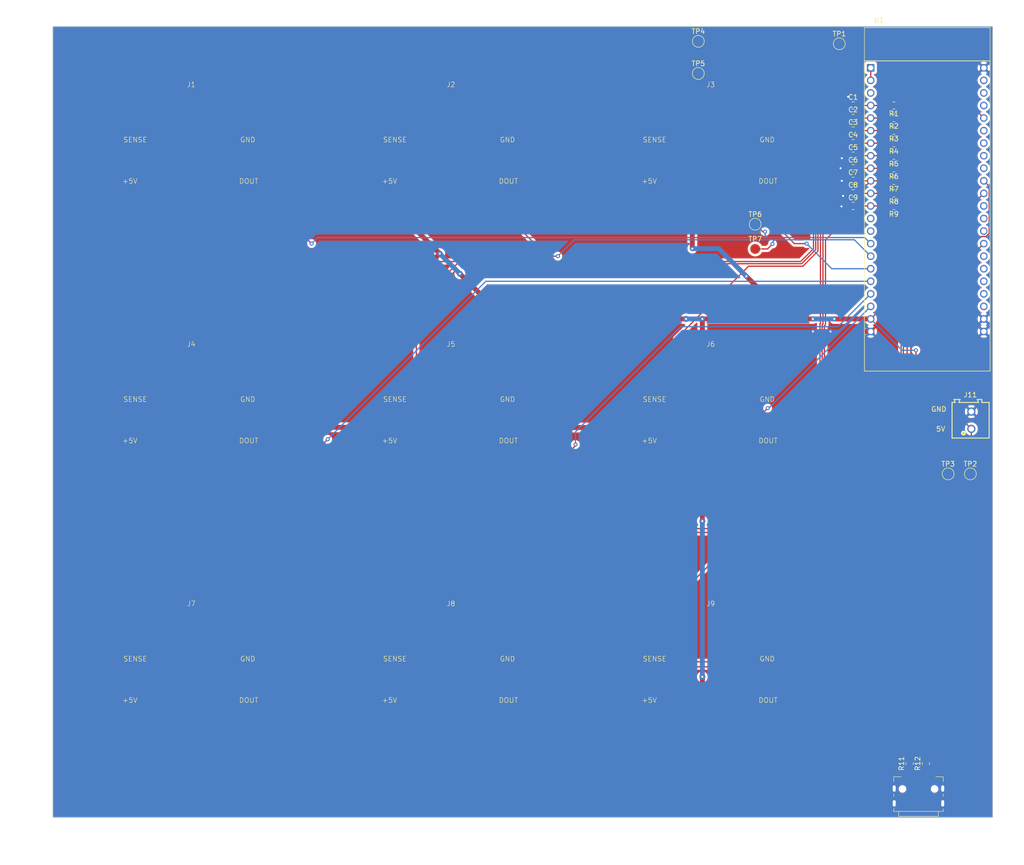
<source format=kicad_pcb>
(kicad_pcb (version 20240108) (generator "pcbnew") (generator_version "8.0")
  (layers (0 "F.Cu" signal) (31 "B.Cu" signal) (34 "B.Paste" user) (35 "F.Paste" user) (36 "B.SilkS" user "B.Silkscreen") (37 "F.SilkS" user "F.Silkscreen") (38 "B.Mask" user) (39 "F.Mask" user) (44 "Edge.Cuts" user))
  (net 0 "")
  (net 1 "GND")
  (net 2 "SENSE1")
  (net 3 "DO1")
  (net 4 "+5V")
  (net 5 "SENSE2")
  (net 6 "DO2")
  (net 7 "SENSE3")
  (net 8 "DO3")
  (net 9 "SENSE4")
  (net 10 "DO4")
  (net 11 "SENSE5")
  (net 12 "DO5")
  (net 13 "SENSE6")
  (net 14 "DO6")
  (net 15 "SENSE7")
  (net 16 "DO7")
  (net 17 "SENSE8")
  (net 18 "DO8")
  (net 19 "SENSE9")
  (net 20 "DO9")
  (net 21 "+3V3")
  (net 28 "Net-(U1-GPIO2)")
  (net 41 "Net-(J10-CC1)")
  (net 42 "Net-(J10-CC2)")
  (footprint "Resistor_SMD:R_0805_2012Metric" (layer "F.Cu") (at 284.0755 67.798 180)
    (property "Reference" "R3")
    (property "Value" "10k")
  )
  (footprint "Resistor_SMD:R_0805_2012Metric" (layer "F.Cu") (at 284.0755 77.958 180)
    (property "Reference" "R7")
    (property "Value" "10k")
  )
  (footprint "Capacitor_SMD:C_0805_2012Metric" (layer "F.Cu") (at 275.844 70.336)
    (property "Reference" "C4")
    (property "Value" "3.3uF")
  )
  (footprint "Quinn_lib:Top Block Connector" (layer "F.Cu") (at 142.046 73.736)
    (property "Reference" "J1")
    (property "Value" "~")
  )
  (footprint "ESP32-S3-DEVKITC-1-N8R2:XCVR_ESP32-S3-DEVKITC-1-N8R2" (layer "F.Cu") (at 290.83 85.07)
    (property "Reference" "U1")
    (property "Value" "ESP32-S3-DEVKITC-1-N8R2")
  )
  (footprint "Resistor_SMD:R_0805_2012Metric" (layer "F.Cu") (at 284.0755 65.258 180)
    (property "Reference" "R2")
    (property "Value" "10k")
  )
  (footprint "TestPoint:TestPoint_Pad_D2.0mm" (layer "F.Cu") (at 299.546 137.236)
    (property "Reference" "TP2")
    (property "Value" "5V")
  )
  (footprint "Quinn_lib:Top Block Connector" (layer "F.Cu") (at 247.046 73.736)
    (property "Reference" "J3")
    (property "Value" "~")
  )
  (footprint "Resistor_SMD:R_0805_2012Metric" (layer "F.Cu") (at 284.0755 80.498 180)
    (property "Reference" "R8")
    (property "Value" "10k")
  )
  (footprint "Resistor_SMD:R_0805_2012Metric" (layer "F.Cu") (at 284.0755 70.338 180)
    (property "Reference" "R4")
    (property "Value" "10k")
  )
  (footprint "TestPoint:TestPoint_Pad_D2.0mm" (layer "F.Cu") (at 256.046 91.736)
    (property "Reference" "TP7")
    (property "Value" "TestPoint" (hide yes))
  )
  (footprint "Capacitor_SMD:C_0805_2012Metric" (layer "F.Cu") (at 275.844 83.036)
    (property "Reference" "C9")
    (property "Value" "3.3uF")
  )
  (footprint "Quinn_lib:Top Block Connector" (layer "F.Cu") (at 194.546 178.736)
    (property "Reference" "J8")
    (property "Value" "~")
  )
  (footprint "TestPoint:TestPoint_Pad_D2.0mm" (layer "F.Cu") (at 273.046 50.236)
    (property "Reference" "TP1")
    (property "Value" "TestPoint" (hide yes))
  )
  (footprint "TestPoint:TestPoint_Pad_D2.0mm" (layer "F.Cu") (at 295.046 137.236)
    (property "Reference" "TP3")
    (property "Value" "GND")
  )
  (footprint "Resistor_SMD:R_0805_2012Metric" (layer "F.Cu") (at 290.546 195.8235 90)
    (property "Reference" "R12")
    (property "Value" "5.1k")
  )
  (footprint "Resistor_SMD:R_0805_2012Metric" (layer "F.Cu") (at 284.0755 72.878 180)
    (property "Reference" "R5")
    (property "Value" "10k")
  )
  (footprint "Quinn_lib:Top Block Connector" (layer "F.Cu") (at 247.046 178.736)
    (property "Reference" "J9")
    (property "Value" "~")
  )
  (footprint "Capacitor_SMD:C_0805_2012Metric" (layer "F.Cu") (at 275.844 62.718)
    (property "Reference" "C1")
    (property "Value" "3.3uF")
  )
  (footprint "TestPoint:TestPoint_Pad_D2.0mm" (layer "F.Cu") (at 256.046 86.736)
    (property "Reference" "TP6")
    (property "Value" "TestPoint" (hide yes))
  )
  (footprint "Resistor_SMD:R_0805_2012Metric" (layer "F.Cu") (at 284.0755 62.718 180)
    (property "Reference" "R1")
    (property "Value" "10k")
  )
  (footprint "Resistor_SMD:R_0805_2012Metric" (layer "F.Cu") (at 287.274 195.8235 90)
    (property "Reference" "R11")
    (property "Value" "5.1k")
  )
  (footprint "Capacitor_SMD:C_0805_2012Metric" (layer "F.Cu") (at 275.844 72.876)
    (property "Reference" "C5")
    (property "Value" "3.3uF")
  )
  (footprint "TestPoint:TestPoint_Pad_D2.0mm" (layer "F.Cu") (at 244.546 56.236)
    (property "Reference" "TP5")
    (property "Value" "TestPoint" (hide yes))
  )
  (footprint "Quinn_lib:Top Block Connector" (layer "F.Cu") (at 247.046 126.236)
    (property "Reference" "J6")
    (property "Value" "~")
  )
  (footprint "TestPoint:TestPoint_Pad_D2.0mm" (layer "F.Cu") (at 244.546 49.736)
    (property "Reference" "TP4")
    (property "Value" "TestPoint" (hide yes))
  )
  (footprint "Quinn_lib:Top Block Connector" (layer "F.Cu") (at 142.046 178.736)
    (property "Reference" "J7")
    (property "Value" "~")
  )
  (footprint "Quinn_lib:USB_C-0015IPX6-00" (layer "F.Cu") (at 289.056 201.5025)
    (property "Reference" "J10" (hide yes))
    (property "Value" "UJC-HP-3-SMT-TR" (hide yes))
  )
  (footprint "Capacitor_SMD:C_0805_2012Metric" (layer "F.Cu") (at 275.844 77.956)
    (property "Reference" "C7")
    (property "Value" "3.3uF")
  )
  (footprint "Quinn_lib:Top Block Connector" (layer "F.Cu") (at 142.046 126.236)
    (property "Reference" "J4")
    (property "Value" "~")
  )
  (footprint "Resistor_SMD:R_0805_2012Metric" (layer "F.Cu") (at 284.0755 75.418 180)
    (property "Reference" "R6")
    (property "Value" "10k")
  )
  (footprint "Capacitor_SMD:C_0805_2012Metric" (layer "F.Cu") (at 275.844 75.416)
    (property "Reference" "C6")
    (property "Value" "3.3uF")
  )
  (footprint "Capacitor_SMD:C_0805_2012Metric" (layer "F.Cu") (at 275.844 67.798)
    (property "Reference" "C3")
    (property "Value" "3.3uF")
  )
  (footprint "Quinn_lib:Top Block Connector" (layer "F.Cu") (at 194.546 73.736)
    (property "Reference" "J2")
    (property "Value" "~")
  )
  (footprint "Resistor_SMD:R_0805_2012Metric" (layer "F.Cu") (at 284.0755 83.038 180)
    (property "Reference" "R9")
    (property "Value" "10k")
  )
  (footprint "Capacitor_SMD:C_0805_2012Metric" (layer "F.Cu") (at 275.844 80.496)
    (property "Reference" "C8")
    (property "Value" "3.3uF")
  )
  (footprint "Capacitor_SMD:C_0805_2012Metric" (layer "F.Cu") (at 275.844 65.256)
    (property "Reference" "C2")
    (property "Value" "3.3uF")
  )
  (footprint "2p 3:691214110002S" (layer "F.Cu") (at 299.746 126.386 90)
    (property "Reference" "J11")
    (property "Value" "691214110002S")
  )
  (footprint "Quinn_lib:Top Block Connector" (layer "F.Cu") (at 194.546 126.236)
    (property "Reference" "J5")
    (property "Value" "~")
  )
  (gr_rect (start 114.046 46.736) (end 304.046 206.736) (stroke (width 0.1)) (fill none) (layer "Edge.Cuts"))
  (gr_text "GND" (at 291.546 124.736 0) (layer "F.SilkS") (effects (font (size 1 1)) (justify left bottom)))
  (gr_text "5V" (at 292.546 128.736 0) (layer "F.SilkS") (effects (font (size 1 1)) (justify left bottom)))
  (segment (start 274.322 80.496) (end 273.812 81.006) (width 1) (layer "F.Cu") (net 1))
  (segment (start 274.894 80.496) (end 274.322 80.496) (width 1) (layer "F.Cu") (net 1))
  (segment (start 271.274002 108.44) (end 271.272 108.437998) (width 1) (layer "F.Cu") (net 1))
  (segment (start 274.894 62.718) (end 274.894 65.256) (width 1) (layer "F.Cu") (net 1))
  (segment (start 273.558 73.386) (end 274.384 73.386) (width 1) (layer "F.Cu") (net 1))
  (segment (start 279.4 108.44) (end 271.274002 108.44) (width 1) (layer "F.Cu") (net 1))
  (segment (start 274.384 73.386) (end 274.894 72.876) (width 1) (layer "F.Cu") (net 1))
  (via (at 273.558 73.386) (size 0.8) (drill 0.4) (layers "F.Cu" "B.Cu") (net 1))
  (via (at 273.488651 83.132625) (size 0.8) (drill 0.4) (layers "F.Cu" "B.Cu") (net 1))
  (via (at 274.828 60.94) (size 0.8) (drill 0.4) (layers "F.Cu" "B.Cu") (net 1))
  (via (at 273.304 75.418) (size 0.8) (drill 0.4) (layers "F.Cu" "B.Cu") (net 1))
  (via (at 273.812 81.006) (size 0.8) (drill 0.4) (layers "F.Cu" "B.Cu") (net 1))
  (via (at 273.558 77.958) (size 0.8) (drill 0.4) (layers "F.Cu" "B.Cu") (net 1))
  (via (at 267.716 108.438) (size 1.2) (drill 0.4) (layers "F.Cu" "B.Cu") (net 1))
  (via (at 271.272 108.437998) (size 1.2) (drill 0.4) (layers "F.Cu" "B.Cu") (net 1))
  (segment (start 267.716002 108.437998) (end 267.716 108.438) (width 1) (layer "B.Cu") (net 1))
  (segment (start 271.272 108.437998) (end 267.716002 108.437998) (width 1) (layer "B.Cu") (net 1))
  (segment (start 276.86 62.466) (end 276.86 60.18) (width 0.25) (layer "F.Cu") (net 2))
  (segment (start 283.161 62.72) (end 283.163 62.718) (width 0.25) (layer "F.Cu") (net 2))
  (segment (start 279.4 62.72) (end 283.161 62.72) (width 0.25) (layer "F.Cu") (net 2))
  (segment (start 135.063 66.736) (end 135.046 66.736) (width 0.25) (layer "F.Cu") (net 2))
  (segment (start 244.546 49.736) (end 246.86 52.05) (width 0.25) (layer "F.Cu") (net 2))
  (segment (start 276.86 60.18) (end 268.73 52.05) (width 0.25) (layer "F.Cu") (net 2))
  (segment (start 149.749 52.05) (end 135.063 66.736) (width 0.25) (layer "F.Cu") (net 2))
  (segment (start 247.046 52.05) (end 149.749 52.05) (width 0.25) (layer "F.Cu") (net 2))
  (segment (start 268.73 52.05) (end 247.046 52.05) (width 0.25) (layer "F.Cu") (net 2))
  (segment (start 279.4 62.72) (end 277.114 62.72) (width 0.25) (layer "F.Cu") (net 2))
  (segment (start 277.114 62.72) (end 276.86 62.466) (width 0.25) (layer "F.Cu") (net 2))
  (segment (start 246.86 52.05) (end 247.046 52.05) (width 0.25) (layer "F.Cu") (net 2))
  (segment (start 153.716 85.406) (end 149.046 80.736) (width 0.25) (layer "F.Cu") (net 3))
  (segment (start 166.37 90.658) (end 161.118 85.406) (width 0.25) (layer "F.Cu") (net 3))
  (segment (start 161.118 85.406) (end 153.716 85.406) (width 0.25) (layer "F.Cu") (net 3))
  (segment (start 256.046 86.736) (end 257.546 88.236) (width 0.25) (layer "F.Cu") (net 3))
  (segment (start 257.546 88.236) (end 258.046 88.236) (width 0.25) (layer "F.Cu") (net 3))
  (via (at 258.046 88.236) (size 0.8) (drill 0.4) (layers "F.Cu" "B.Cu") (net 3))
  (via (at 166.37 90.658) (size 0.8) (drill 0.4) (layers "F.Cu" "B.Cu") (net 3))
  (segment (start 167.595 89.433) (end 166.37 90.658) (width 0.25) (layer "B.Cu") (net 3))
  (segment (start 279.4 90.66) (end 278.173 89.433) (width 0.25) (layer "B.Cu") (net 3))
  (segment (start 258.046 88.933) (end 258.546 89.433) (width 0.25) (layer "B.Cu") (net 3))
  (segment (start 258.546 89.433) (end 167.595 89.433) (width 0.25) (layer "B.Cu") (net 3))
  (segment (start 258.046 88.236) (end 258.046 88.933) (width 0.25) (layer "B.Cu") (net 3))
  (segment (start 278.173 89.433) (end 258.546 89.433) (width 0.25) (layer "B.Cu") (net 3))
  (segment (start 245.364 127.918) (end 245.364 105.898) (width 1) (layer "F.Cu") (net 4))
  (segment (start 192.607347 127.817347) (end 140.464653 127.817347) (width 1) (layer "F.Cu") (net 4))
  (segment (start 245.364015 178.288015) (end 245.364015 180.417985) (width 1) (layer "F.Cu") (net 4))
  (segment (start 191.516 93.452) (end 138.422 93.452) (width 1) (layer "F.Cu") (net 4))
  (segment (start 287.565 202.6635) (end 287.565 200.736) (width 1) (layer "F.Cu") (net 4))
  (segment (start 138.578 198.608) (end 135.046 195.076) (width 1) (layer "F.Cu") (net 4))
  (segment (start 245.364015 180.417985) (end 245.159 180.623) (width 1) (layer "F.Cu") (net 4))
  (segment (start 267.716 105.898) (end 262.89 105.898) (width 1) (layer "F.Cu") (net 4))
  (segment (start 288.546 116.936) (end 288.546 112.236) (width 0.25) (layer "F.Cu") (net 4))
  (segment (start 235.376 190.406) (end 245.158999 180.623001) (width 1) (layer "F.Cu") (net 4))
  (segment (start 284.988 77.958) (end 284.988 75.418) (width 0.25) (layer "F.Cu") (net 4))
  (segment (start 245.158999 180.623001) (end 227.428 198.354) (width 1) (layer "F.Cu") (net 4))
  (segment (start 299.546 137.236) (end 299.546 136.736) (width 0.25) (layer "F.Cu") (net 4))
  (segment (start 243.332 91.674) (end 243.332 84.022) (width 1) (layer "F.Cu") (net 4))
  (segment (start 243.332 84.022) (end 240.046 80.736) (width 1) (layer "F.Cu") (net 4))
  (segment (start 279.4 105.9) (end 272.036 105.9) (width 1) (layer "F.Cu") (net 4))
  (segment (start 227.428 198.354) (end 190.824 198.354) (width 1) (layer "F.Cu") (net 4))
  (segment (start 187.546 185.736) (end 174.674 198.608) (width 1) (layer "F.Cu") (net 4))
  (segment (start 135.046 195.076) (end 135.046 185.736) (width 1) (layer "F.Cu") (net 4))
  (segment (start 245.364 127.918) (end 245.364 146.792) (width 1) (layer "F.Cu") (net 4))
  (segment (start 290.565 200.717) (end 290.546 200.736) (width 0.25) (layer "F.Cu") (net 4))
  (segment (start 287.565 200.736) (end 287.565 199.1245) (width 1) (layer "F.Cu") (net 4))
  (segment (start 205.486 105.898) (end 196.342 96.754) (width 1) (layer "F.Cu") (net 4))
  (segment (start 262.89 105.898) (end 254.254 97.262) (width 1) (layer "F.Cu") (net 4))
  (segment (start 290.565 199.1245) (end 290.565 200.717) (width 0.25) (layer "F.Cu") (net 4))
  (segment (start 262.89 105.898) (end 245.364 105.898) (width 1) (layer "F.Cu") (net 4))
  (segment (start 284.988 67.798) (end 284.988 70.338) (width 0.25) (layer "F.Cu") (net 4))
  (segment (start 245.152 127.862) (end 192.92 127.862) (width 1) (layer "F.Cu") (net 4))
  (segment (start 174.674 198.608) (end 138.578 198.608) (width 1) (layer "F.Cu") (net 4))
  (segment (start 284.988 65.258) (end 284.988 67.798) (width 0.25) (layer "F.Cu") (net 4))
  (segment (start 284.988 72.878) (end 284.988 70.338) (width 0.25) (layer "F.Cu") (net 4))
  (segment (start 135.046 90.076) (end 135.046 80.736) (width 1) (layer "F.Cu") (net 4))
  (segment (start 299.546 136.736) (end 299.746 136.536) (width 0.25) (layer "F.Cu") (net 4))
  (segment (start 284.988 62.718) (end 284.988 65.258) (width 0.25) (layer "F.Cu") (net 4))
  (segment (start 190.824 198.354) (end 187.546 195.076) (width 1) (layer "F.Cu") (net 4))
  (segment (start 245.325 127.957) (end 245.364 127.918) (width 0.25) (layer "F.Cu") (net 4))
  (segment (start 192.786 127.996) (end 187.546 133.236) (width 1) (layer "F.Cu") (net 4))
  (segment (start 284.988 80.498) (end 284.988 77.958) (width 0.25) (layer "F.Cu") (net 4))
  (segment (start 192.278 92.69) (end 191.516 93.452) (width 1) (layer "F.Cu") (net 4))
  (segment (start 284.555761 205.672739) (end 287.565 202.6635) (width 1) (layer "F.Cu") (net 4))
  (segment (start 290.546 200.736) (end 287.565 200.736) (width 0.25) (layer "F.Cu") (net 4))
  (segment (start 245.159 180.623) (end 245.158999 180.623001) (width 0.25) (layer "F.Cu") (net 4))
  (segment (start 245.325 127.957) (end 245.286 127.996) (width 0.25) (layer "F.Cu") (net 4))
  (segment (start 284.988 83.038) (end 284.988 80.498) (width 0.25) (layer "F.Cu") (net 4))
  (segment (start 287.611 202.3975) (end 287.536 202.3225) (width 0.25) (layer "F.Cu") (net 4))
  (segment (start 245.286 127.996) (end 245.152 127.862) (width 1) (layer "F.Cu") (net 4))
  (segment (start 240.046 133.236) (end 245.325 127.957) (width 1) (layer "F.Cu") (net 4))
  (segment (start 242.062 105.898) (end 205.486 105.898) (width 1) (layer "F.Cu") (net 4))
  (segment (start 284.988 100.312) (end 279.4 105.9) (width 0.25) (layer "F.Cu") (net 4))
  (segment (start 192.92 127.862) (end 192.786 127.996) (width 1) (layer "F.Cu") (net 4))
  (segment (start 187.546 195.076) (end 187.546 185.736) (width 1) (layer "F.Cu") (net 4))
  (segment (start 272.036 105.9) (end 272.034 105.898) (width 0.25) (layer "F.Cu") (net 4))
  (segment (start 245.364015 180.417985) (end 245.364015 191.787015) (width 1) (layer "F.Cu") (net 4))
  (segment (start 192.278 92.69) (end 187.546 87.958) (width 1) (layer "F.Cu") (net 4))
  (segment (start 284.988 75.418) (end 284.988 72.878) (width 0.25) (layer "F.Cu") (net 4))
  (segment (start 284.988 83.038) (end 284.988 100.312) (width 0.25) (layer "F.Cu") (net 4))
  (segment (start 299.746 136.536) (end 299.746 128.136) (width 0.25) (layer "F.Cu") (net 4))
  (segment (start 192.786 127.996) (end 192.607347 127.817347) (width 1) (layer "F.Cu") (net 4))
  (segment (start 259.249739 205.672739) (end 284.555761 205.672739) (width 1) (layer "F.Cu") (net 4))
  (segment (start 299.746 128.136) (end 288.546 116.936) (width 0.25) (layer "F.Cu") (net 4))
  (segment (start 187.546 87.958) (end 187.546 80.736) (width 1) (layer "F.Cu") (net 4))
  (segment (start 140.464653 127.817347) (end 135.046 133.236) (width 1) (layer "F.Cu") (net 4))
  (segment (start 138.422 93.452) (end 135.046 90.076) (width 1) (layer "F.Cu") (net 4))
  (segment (start 245.364015 191.787015) (end 259.249739 205.672739) (width 1) (layer "F.Cu") (net 4))
  (via (at 267.716 105.898) (size 0.8) (drill 0.4) (layers "F.Cu" "B.Cu") (net 4))
  (via (at 245.364 146.792) (size 1.2) (drill 0.4) (layers "F.Cu" "B.Cu") (net 4))
  (via (at 242.062 105.898) (size 1.2) (drill 0.4) (layers "F.Cu" "B.Cu") (net 4))
  (via (at 245.364015 178.288015) (size 1.2) (drill 0.4) (layers "F.Cu" "B.Cu") (net 4))
  (via (at 272.034 105.898) (size 0.8) (drill 0.4) (layers "F.Cu" "B.Cu") (net 4))
  (via (at 243.332 91.674) (size 0.8) (drill 0.4) (layers "F.Cu" "B.Cu") (net 4))
  (via (at 254.254 97.262) (size 0.8) (drill 0.4) (layers "F.Cu" "B.Cu") (net 4))
  (via (at 288.546 112.236) (size 0.8) (drill 0.4) (layers "F.Cu" "B.Cu") (net 4))
  (via (at 192.278 92.69) (size 1.2) (drill 0.4) (layers "F.Cu" "B.Cu") (net 4))
  (via (at 196.342 96.754) (size 1.2) (drill 0.4) (layers "F.Cu" "B.Cu") (net 4))
  (via (at 245.364 105.898) (size 1.2) (drill 0.4) (layers "F.Cu" "B.Cu") (net 4))
  (segment (start 288.546 112.236) (end 285.736 112.236) (width 0.25) (layer "B.Cu") (net 4))
  (segment (start 285.736 112.236) (end 279.4 105.9) (width 0.25) (layer "B.Cu") (net 4))
  (segment (start 196.342 96.754) (end 192.278 92.69) (width 1) (layer "B.Cu") (net 4))
  (segment (start 245.364 146.792) (end 245.364 178.288) (width 1) (layer "B.Cu") (net 4))
  (segment (start 245.364 105.898) (end 242.062 105.898) (width 1) (layer "B.Cu") (net 4))
  (segment (start 248.666 91.674) (end 243.332 91.674) (width 1) (layer "B.Cu") (net 4))
  (segment (start 245.364 178.288) (end 245.364015 178.288015) (width 0.25) (layer "B.Cu") (net 4))
  (segment (start 254.254 97.262) (end 248.666 91.674) (width 1) (layer "B.Cu") (net 4))
  (segment (start 272.034 105.898) (end 267.716 105.898) (width 1) (layer "B.Cu") (net 4))
  (segment (start 247.97 52.812) (end 248.046 52.812) (width 0.25) (layer "F.Cu") (net 5))
  (segment (start 268.478 52.812) (end 275.781753 60.115753) (width 0.25) (layer "F.Cu") (net 5))
  (segment (start 277.116 65.26) (end 279.4 65.26) (width 0.25) (layer "F.Cu") (net 5))
  (segment (start 192.13 52.812) (end 248.046 52.812) (width 0.25) (layer "F.Cu") (net 5))
  (segment (start 248.046 52.812) (end 268.478 52.812) (width 0.25) (layer "F.Cu") (net 5))
  (segment (start 187.546 66.736) (end 187.546 57.396) (width 0.25) (layer "F.Cu") (net 5))
  (segment (start 283.161 65.26) (end 283.163 65.258) (width 0.25) (layer "F.Cu") (net 5))
  (segment (start 187.546 57.396) (end 192.13 52.812) (width 0.25) (layer "F.Cu") (net 5))
  (segment (start 275.781753 63.925753) (end 277.116 65.26) (width 0.25) (layer "F.Cu") (net 5))
  (segment (start 279.4 65.26) (end 283.161 65.26) (width 0.25) (layer "F.Cu") (net 5))
  (segment (start 244.546 56.236) (end 247.97 52.812) (width 0.25) (layer "F.Cu") (net 5))
  (segment (start 275.781753 60.115753) (end 275.781753 63.925753) (width 0.25) (layer "F.Cu") (net 5))
  (segment (start 214.008 93.198) (end 201.546 80.736) (width 0.25) (layer "F.Cu") (net 6))
  (segment (start 258.546 91.736) (end 259.546 90.736) (width 0.25) (layer "F.Cu") (net 6))
  (segment (start 216.154 93.198) (end 214.008 93.198) (width 0.25) (layer "F.Cu") (net 6))
  (segment (start 256.046 91.736) (end 258.546 91.736) (width 0.25) (layer "F.Cu") (net 6))
  (via (at 216.154 93.198) (size 0.8) (drill 0.4) (layers "F.Cu" "B.Cu") (net 6))
  (via (at 259.546 90.736) (size 0.8) (drill 0.4) (layers "F.Cu" "B.Cu") (net 6))
  (segment (start 259.546 90.383) (end 260.046 89.883) (width 0.25) (layer "B.Cu") (net 6))
  (segment (start 219.469 89.883) (end 216.154 93.198) (width 0.25) (layer "B.Cu") (net 6))
  (segment (start 260.046 89.883) (end 219.469 89.883) (width 0.25) (layer "B.Cu") (net 6))
  (segment (start 276.083 89.883) (end 260.046 89.883) (width 0.25) (layer "B.Cu") (net 6))
  (segment (start 259.546 90.736) (end 259.546 90.383) (width 0.25) (layer "B.Cu") (net 6))
  (segment (start 279.4 93.2) (end 276.083 89.883) (width 0.25) (layer "B.Cu") (net 6))
  (segment (start 283.161 67.8) (end 283.163 67.798) (width 0.25) (layer "F.Cu") (net 7))
  (segment (start 240.046 66.736) (end 240.063 66.736) (width 0.25) (layer "F.Cu") (net 7))
  (segment (start 274.326945 66.534945) (end 275.595945 66.534945) (width 0.25) (layer "F.Cu") (net 7))
  (segment (start 279.4 67.8) (end 283.161 67.8) (width 0.25) (layer "F.Cu") (net 7))
  (segment (start 275.595945 66.534945) (end 276.861 67.8) (width 0.25) (layer "F.Cu") (net 7))
  (segment (start 268.224 53.574) (end 273.558 58.908) (width 0.25) (layer "F.Cu") (net 7))
  (segment (start 240.063 66.736) (end 253.225 53.574) (width 0.25) (layer "F.Cu") (net 7))
  (segment (start 273.558 65.766) (end 274.326945 66.534945) (width 0.25) (layer "F.Cu") (net 7))
  (segment (start 273.558 58.908) (end 273.558 65.766) (width 0.25) (layer "F.Cu") (net 7))
  (segment (start 276.861 67.8) (end 279.4 67.8) (width 0.25) (layer "F.Cu") (net 7))
  (segment (start 253.225 53.574) (end 268.224 53.574) (width 0.25) (layer "F.Cu") (net 7))
  (segment (start 263.968 90.658) (end 254.046 80.736) (width 0.25) (layer "F.Cu") (net 8))
  (segment (start 266.446 90.658) (end 263.968 90.658) (width 0.25) (layer "F.Cu") (net 8))
  (via (at 266.446 90.658) (size 0.8) (drill 0.4) (layers "F.Cu" "B.Cu") (net 8))
  (segment (start 271.528 95.74) (end 266.446 90.658) (width 0.25) (layer "B.Cu") (net 8))
  (segment (start 279.4 95.74) (end 271.528 95.74) (width 0.25) (layer "B.Cu") (net 8))
  (segment (start 135.046 109.896) (end 135.046 119.236) (width 0.25) (layer "F.Cu") (net 9))
  (segment (start 283.161 70.34) (end 283.163 70.338) (width 0.25) (layer "F.Cu") (net 9))
  (segment (start 274.13 71.608) (end 267.832 77.906) (width 0.25) (layer "F.Cu") (net 9))
  (segment (start 265.238604 94.277) (end 150.665 94.277) (width 0.25) (layer "F.Cu") (net 9))
  (segment (start 277.112 70.336) (end 275.84 71.608) (width 0.25) (layer "F.Cu") (net 9))
  (segment (start 279.4 70.34) (end 277.116 70.34) (width 0.25) (layer "F.Cu") (net 9))
  (segment (start 279.4 70.34) (end 283.161 70.34) (width 0.25) (layer "F.Cu") (net 9))
  (segment (start 267.832 77.906) (end 267.832 91.683604) (width 0.25) (layer "F.Cu") (net 9))
  (segment (start 267.832 91.683604) (end 265.238604 94.277) (width 0.25) (layer "F.Cu") (net 9))
  (segment (start 277.116 70.34) (end 277.112 70.336) (width 0.25) (layer "F.Cu") (net 9))
  (segment (start 150.665 94.277) (end 135.046 109.896) (width 0.25) (layer "F.Cu") (net 9))
  (segment (start 275.84 71.608) (end 274.13 71.608) (width 0.25) (layer "F.Cu") (net 9))
  (segment (start 149.046 133.236) (end 149.546 133.736) (width 0.25) (layer "F.Cu") (net 10))
  (segment (start 149.546 133.736) (end 166.128692 133.736) (width 0.25) (layer "F.Cu") (net 10))
  (segment (start 166.128692 133.736) (end 169.627346 130.237346) (width 0.25) (layer "F.Cu") (net 10))
  (via (at 169.627346 130.237346) (size 0.8) (drill 0.4) (layers "F.Cu" "B.Cu") (net 10))
  (segment (start 279.4 98.28) (end 201.584692 98.28) (width 0.25) (layer "B.Cu") (net 10))
  (segment (start 201.584692 98.28) (end 169.627346 130.237346) (width 0.25) (layer "B.Cu") (net 10))
  (segment (start 195.7985 94.727) (end 187.546 102.9795) (width 0.25) (layer "F.Cu") (net 11))
  (segment (start 187.546 102.9795) (end 187.546 119.236) (width 0.25) (layer "F.Cu") (net 11))
  (segment (start 275.84 74.148) (end 273.175604 74.148) (width 0.25) (layer "F.Cu") (net 11))
  (segment (start 268.282 79.041604) (end 268.282 91.87) (width 0.25) (layer "F.Cu") (net 11))
  (segment (start 273.175604 74.148) (end 268.282 79.041604) (width 0.25) (layer "F.Cu") (net 11))
  (segment (start 279.4 72.88) (end 277.116 72.88) (width 0.25) (layer "F.Cu") (net 11))
  (segment (start 277.116 72.88) (end 277.112 72.876) (width 0.25) (layer "F.Cu") (net 11))
  (segment (start 277.112 72.876) (end 275.84 74.148) (width 0.25) (layer "F.Cu") (net 11))
  (segment (start 265.425 94.727) (end 195.7985 94.727) (width 0.25) (layer "F.Cu") (net 11))
  (segment (start 279.4 72.88) (end 283.161 72.88) (width 0.25) (layer "F.Cu") (net 11))
  (segment (start 268.282 91.87) (end 265.425 94.727) (width 0.25) (layer "F.Cu") (net 11))
  (segment (start 283.161 72.88) (end 283.163 72.878) (width 0.25) (layer "F.Cu") (net 11))
  (segment (start 219.71 131.552) (end 219.71 131.298) (width 0.25) (layer "F.Cu") (net 12))
  (segment (start 201.546 133.236) (end 218.026 133.236) (width 0.25) (layer "F.Cu") (net 12))
  (segment (start 218.026 133.236) (end 219.71 131.552) (width 0.25) (layer "F.Cu") (net 12))
  (via (at 219.71 131.298) (size 0.8) (drill 0.4) (layers "F.Cu" "B.Cu") (net 12))
  (segment (start 272.755 107.465) (end 241.003 107.465) (width 0.25) (layer "B.Cu") (net 12))
  (segment (start 279.4 100.82) (end 272.755 107.465) (width 0.25) (layer "B.Cu") (net 12))
  (segment (start 241.003 107.465) (end 219.71 128.758) (width 0.25) (layer "B.Cu") (net 12))
  (segment (start 219.71 128.758) (end 219.71 131.298) (width 0.25) (layer "B.Cu") (net 12))
  (segment (start 254.712 95.23) (end 240.046 109.896) (width 0.25) (layer "F.Cu") (net 13))
  (segment (start 279.4 75.42) (end 283.161 75.42) (width 0.25) (layer "F.Cu") (net 13))
  (segment (start 271.272 76.688) (end 268.732 79.228) (width 0.25) (layer "F.Cu") (net 13))
  (segment (start 265.684 95.23) (end 254.712 95.23) (width 0.25) (layer "F.Cu") (net 13))
  (segment (start 268.732 79.228) (end 268.732 92.182) (width 0.25) (layer "F.Cu") (net 13))
  (segment (start 283.161 75.42) (end 283.163 75.418) (width 0.25) (layer "F.Cu") (net 13))
  (segment (start 275.84 76.688) (end 271.272 76.688) (width 0.25) (layer "F.Cu") (net 13))
  (segment (start 268.732 92.182) (end 265.684 95.23) (width 0.25) (layer "F.Cu") (net 13))
  (segment (start 240.046 109.896) (end 240.046 119.236) (width 0.25) (layer "F.Cu") (net 13))
  (segment (start 277.116 75.42) (end 277.112 75.416) (width 0.25) (layer "F.Cu") (net 13))
  (segment (start 279.4 75.42) (end 277.116 75.42) (width 0.25) (layer "F.Cu") (net 13))
  (segment (start 277.112 75.416) (end 275.84 76.688) (width 0.25) (layer "F.Cu") (net 13))
  (segment (start 258.572 123.932) (end 254.046 128.458) (width 0.25) (layer "F.Cu") (net 14))
  (segment (start 254.046 128.458) (end 254.046 133.236) (width 0.25) (layer "F.Cu") (net 14))
  (via (at 258.572 123.932) (size 0.8) (drill 0.4) (layers "F.Cu" "B.Cu") (net 14))
  (segment (start 279.4 103.36) (end 258.828 123.932) (width 0.25) (layer "B.Cu") (net 14))
  (segment (start 258.828 123.932) (end 258.572 123.932) (width 0.25) (layer "B.Cu") (net 14))
  (segment (start 274.493984 79.228) (end 269.24 84.481984) (width 0.25) (layer "F.Cu") (net 15))
  (segment (start 278.132 79.228) (end 274.493984 79.228) (width 0.25) (layer "F.Cu") (net 15))
  (segment (start 279.4 77.96) (end 283.161 77.96) (width 0.25) (layer "F.Cu") (net 15))
  (segment (start 279.4 77.96) (end 278.132 79.228) (width 0.25) (layer "F.Cu") (net 15))
  (segment (start 269.24 84.481984) (end 269.24 106.802349) (width 0.25) (layer "F.Cu") (net 15))
  (segment (start 135.046 171.736) (end 135.046 162.396) (width 0.25) (layer "F.Cu") (net 15))
  (segment (start 135.046 162.396) (end 149.126 148.316) (width 0.25) (layer "F.Cu") (net 15))
  (segment (start 264.668 148.316) (end 149.126 148.316) (width 0.25) (layer "F.Cu") (net 15))
  (segment (start 269.143 143.841) (end 264.668 148.316) (width 0.25) (layer "F.Cu") (net 15))
  (segment (start 276.794 77.956) (end 279.396 77.956) (width 0.25) (layer "F.Cu") (net 15))
  (segment (start 283.161 77.96) (end 283.163 77.958) (width 0.25) (layer "F.Cu") (net 15))
  (segment (start 269.143 106.899349) (end 269.143 143.841) (width 0.25) (layer "F.Cu") (net 15))
  (segment (start 279.396 77.956) (end 279.4 77.96) (width 0.25) (layer "F.Cu") (net 15))
  (segment (start 269.24 106.802349) (end 269.143 106.899349) (width 0.25) (layer "F.Cu") (net 15))
  (segment (start 158.386 185.736) (end 149.046 185.736) (width 0.25) (layer "F.Cu") (net 16))
  (segment (start 264.414 175.24) (end 168.882 175.24) (width 0.25) (layer "F.Cu") (net 16))
  (segment (start 285.554 97.206) (end 285.554 154.1) (width 0.25) (layer "F.Cu") (net 16))
  (segment (start 285.554 154.1) (end 264.414 175.24) (width 0.25) (layer "F.Cu") (net 16))
  (segment (start 168.882 175.24) (end 158.386 185.736) (width 0.25) (layer "F.Cu") (net 16))
  (segment (start 302.26 80.5) (end 285.554 97.206) (width 0.25) (layer "F.Cu") (net 16))
  (segment (start 269.593 107.085745) (end 269.593 144.153) (width 0.25) (layer "F.Cu") (net 17))
  (segment (start 264.668 149.078) (end 200.864 149.078) (width 0.25) (layer "F.Cu") (net 17))
  (segment (start 187.546 162.396) (end 187.546 171.736) (width 0.25) (layer "F.Cu") (net 17))
  (segment (start 269.748 106.930745) (end 269.593 107.085745) (width 0.25) (layer "F.Cu") (net 17))
  (segment (start 279.4 80.5) (end 277.116 80.5) (width 0.25) (layer "F.Cu") (net 17))
  (segment (start 269.593 144.153) (end 264.668 149.078) (width 0.25) (layer "F.Cu") (net 17))
  (segment (start 277.116 80.5) (end 277.112 80.496) (width 0.25) (layer "F.Cu") (net 17))
  (segment (start 279.4 80.5) (end 283.161 80.5) (width 0.25) (layer "F.Cu") (net 17))
  (segment (start 283.161 80.5) (end 283.163 80.498) (width 0.25) (layer "F.Cu") (net 17))
  (segment (start 200.864 149.078) (end 187.546 162.396) (width 0.25) (layer "F.Cu") (net 17))
  (segment (start 275.84 81.768) (end 273.304 81.768) (width 0.25) (layer "F.Cu") (net 17))
  (segment (start 273.304 81.768) (end 269.748 85.324) (width 0.25) (layer "F.Cu") (net 17))
  (segment (start 277.112 80.496) (end 275.84 81.768) (width 0.25) (layer "F.Cu") (net 17))
  (segment (start 269.748 85.324) (end 269.748 106.930745) (width 0.25) (layer "F.Cu") (net 17))
  (segment (start 303.35 79.05) (end 303.35 88.571493) (width 0.25) (layer "F.Cu") (net 18))
  (segment (start 302.711493 89.21) (end 301.676 89.21) (width 0.25) (layer "F.Cu") (net 18))
  (segment (start 223.774 176.002) (end 214.04 185.736) (width 0.25) (layer "F.Cu") (net 18))
  (segment (start 264.668 176.256) (end 224.028 176.256) (width 0.25) (layer "F.Cu") (net 18))
  (segment (start 286.004 104.882) (end 286.004 154.92) (width 0.25) (layer "F.Cu") (net 18))
  (segment (start 224.028 176.256) (end 223.774 176.002) (width 0.25) (layer "F.Cu") (net 18))
  (segment (start 214.04 185.736) (end 201.546 185.736) (width 0.25) (layer "F.Cu") (net 18))
  (segment (start 286.004 154.92) (end 264.668 176.256) (width 0.25) (layer "F.Cu") (net 18))
  (segment (start 302.26 77.96) (end 303.35 79.05) (width 0.25) (layer "F.Cu") (net 18))
  (segment (start 303.35 88.571493) (end 302.711493 89.21) (width 0.25) (layer "F.Cu") (net 18))
  (segment (start 301.676 89.21) (end 286.004 104.882) (width 0.25) (layer "F.Cu") (net 18))
  (segment (start 277.116 83.04) (end 277.112 83.036) (width 0.25) (layer "F.Cu") (net 19))
  (segment (start 264.796396 149.586) (end 252.856 149.586) (width 0.25) (layer "F.Cu") (net 19))
  (segment (start 279.4 83.04) (end 283.161 83.04) (width 0.25) (layer "F.Cu") (net 19))
  (segment (start 252.856 149.586) (end 240.046 162.396) (width 0.25) (layer "F.Cu") (net 19))
  (segment (start 270.256 107.059141) (end 270.043 107.272141) (width 0.25) (layer "F.Cu") (net 19))
  (segment (start 283.161 83.04) (end 283.163 83.038) (width 0.25) (layer "F.Cu") (net 19))
  (segment (start 270.043 144.339396) (end 264.796396 149.586) (width 0.25) (layer "F.Cu") (net 19))
  (segment (start 279.4 83.04) (end 277.116 83.04) (width 0.25) (layer "F.Cu") (net 19))
  (segment (start 270.043 107.272141) (end 270.043 144.339396) (width 0.25) (layer "F.Cu") (net 19))
  (segment (start 277.112 83.036) (end 270.256 89.892) (width 0.25) (layer "F.Cu") (net 19))
  (segment (start 240.046 162.396) (end 240.046 171.736) (width 0.25) (layer "F.Cu") (net 19))
  (segment (start 270.256 89.892) (end 270.256 107.059141) (width 0.25) (layer "F.Cu") (net 19))
  (segment (start 302.26 90.66) (end 286.766 106.154) (width 0.25) (layer "F.Cu") (net 20))
  (segment (start 256.546 185.736) (end 254.046 185.736) (width 0.25) (layer "F.Cu") (net 20))
  (segment (start 286.766 106.154) (end 286.766 155.516) (width 0.25) (layer "F.Cu") (net 20))
  (segment (start 286.766 155.516) (end 256.546 185.736) (width 0.25) (layer "F.Cu") (net 20))
  (segment (start 279.4 55.1) (end 279.4 57.64) (width 0.25) (layer "F.Cu") (net 21))
  (segment (start 273.046 50.236) (end 287.236 50.236) (width 0.25) (layer "F.Cu") (net 28))
  (segment (start 287.236 50.236) (end 302.26 65.26) (width 0.25) (layer "F.Cu") (net 28))
  (segment (start 287.274 196.736) (end 288.565 198.027) (width 0.25) (layer "F.Cu") (net 41))
  (segment (start 288.565 198.027) (end 288.565 199.1245) (width 0.25) (layer "F.Cu") (net 41))
  (segment (start 289.565 197.717) (end 289.565 199.1245) (width 0.25) (layer "F.Cu") (net 42))
  (segment (start 290.546 196.736) (end 289.565 197.717) (width 0.25) (layer "F.Cu") (net 42))
  (zone (net 1) (net_name "GND") (layers "F&B.Cu") (name "GND_FILL") (connect_pads (clearance 0.5)) (min_thickness 0.25) (fill yes (thermal_gap 0.5) (thermal_bridge_width 0.5))
    (polygon (pts (xy 109.22 41.382) (xy 310.388 41.382) (xy 310.388 208.006) (xy 302.006 216.388) (xy 103.378 216.388) (xy 103.378 47.224)))
  )
)
</source>
